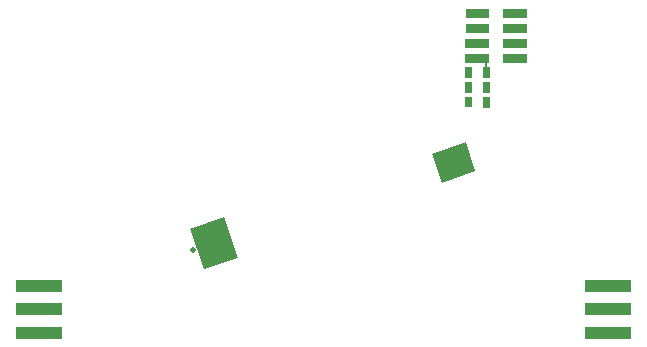
<source format=gbs>
G04 #@! TF.FileFunction,Soldermask,Bot*
%FSLAX46Y46*%
G04 Gerber Fmt 4.6, Leading zero omitted, Abs format (unit mm)*
G04 Created by KiCad (PCBNEW 4.0.0-rc2-stable) date 3/3/2016 3:48:47 PM*
%MOMM*%
G01*
G04 APERTURE LIST*
%ADD10C,0.150000*%
%ADD11R,4.000000X1.000000*%
%ADD12C,0.600000*%
%ADD13C,0.500000*%
G04 APERTURE END LIST*
D10*
D11*
X49020844Y-46192207D03*
X49020844Y-48192207D03*
X49020844Y-50192207D03*
D12*
X50020844Y-46192207D03*
X50020844Y-48192207D03*
X50020844Y-50192207D03*
D11*
X97224144Y-50192207D03*
X97224144Y-48192207D03*
X97224144Y-46192207D03*
D12*
X96224144Y-50192207D03*
X96224144Y-48192207D03*
X96224144Y-46192207D03*
D10*
G36*
X85959309Y-36529090D02*
X83115516Y-37484517D01*
X82287479Y-35019896D01*
X85131272Y-34064469D01*
X85959309Y-36529090D01*
X85959309Y-36529090D01*
G37*
G36*
X65832823Y-43818436D02*
X62989030Y-44773863D01*
X61842517Y-41361312D01*
X64686310Y-40405885D01*
X65832823Y-43818436D01*
X65832823Y-43818436D01*
G37*
D13*
X62036601Y-43194978D03*
D10*
G36*
X90308306Y-27381503D02*
X88308364Y-27366257D01*
X88314158Y-26606279D01*
X90314100Y-26621525D01*
X90308306Y-27381503D01*
X90308306Y-27381503D01*
G37*
G36*
X90317987Y-26111540D02*
X88318045Y-26096294D01*
X88323839Y-25336316D01*
X90323781Y-25351562D01*
X90317987Y-26111540D01*
X90317987Y-26111540D01*
G37*
G36*
X90327668Y-24841577D02*
X88327726Y-24826331D01*
X88333520Y-24066353D01*
X90333462Y-24081599D01*
X90327668Y-24841577D01*
X90327668Y-24841577D01*
G37*
G36*
X90337349Y-23571614D02*
X88337407Y-23556368D01*
X88343201Y-22796390D01*
X90343143Y-22811636D01*
X90337349Y-23571614D01*
X90337349Y-23571614D01*
G37*
G36*
X87108399Y-27357110D02*
X85108457Y-27341864D01*
X85114251Y-26581886D01*
X87114193Y-26597132D01*
X87108399Y-27357110D01*
X87108399Y-27357110D01*
G37*
G36*
X87118080Y-26087147D02*
X85118138Y-26071901D01*
X85123932Y-25311923D01*
X87123874Y-25327169D01*
X87118080Y-26087147D01*
X87118080Y-26087147D01*
G37*
G36*
X87127761Y-24817184D02*
X85127819Y-24801938D01*
X85133613Y-24041960D01*
X87133555Y-24057206D01*
X87127761Y-24817184D01*
X87127761Y-24817184D01*
G37*
G36*
X87137519Y-23537221D02*
X85137577Y-23521976D01*
X85143217Y-22781997D01*
X87143159Y-22797242D01*
X87137519Y-23537221D01*
X87137519Y-23537221D01*
G37*
G36*
X85698798Y-28611402D02*
X85098816Y-28606828D01*
X85105676Y-27706854D01*
X85705658Y-27711428D01*
X85698798Y-28611402D01*
X85698798Y-28611402D01*
G37*
G36*
X87198754Y-28622836D02*
X86598772Y-28618262D01*
X86605632Y-27718288D01*
X87205614Y-27722862D01*
X87198754Y-28622836D01*
X87198754Y-28622836D01*
G37*
G36*
X87189226Y-29872799D02*
X86589244Y-29868225D01*
X86596104Y-28968251D01*
X87196086Y-28972825D01*
X87189226Y-29872799D01*
X87189226Y-29872799D01*
G37*
G36*
X85689269Y-29861366D02*
X85089287Y-29856792D01*
X85096147Y-28956818D01*
X85696129Y-28961392D01*
X85689269Y-29861366D01*
X85689269Y-29861366D01*
G37*
G36*
X85679741Y-31111329D02*
X85079759Y-31106755D01*
X85086619Y-30206781D01*
X85686601Y-30211355D01*
X85679741Y-31111329D01*
X85679741Y-31111329D01*
G37*
G36*
X87179697Y-31122763D02*
X86579715Y-31118189D01*
X86586575Y-30218215D01*
X87186557Y-30222789D01*
X87179697Y-31122763D01*
X87179697Y-31122763D01*
G37*
G36*
X86953716Y-27970949D02*
X86753722Y-27969425D01*
X86760582Y-27069451D01*
X86960576Y-27070975D01*
X86953716Y-27970949D01*
X86953716Y-27970949D01*
G37*
M02*

</source>
